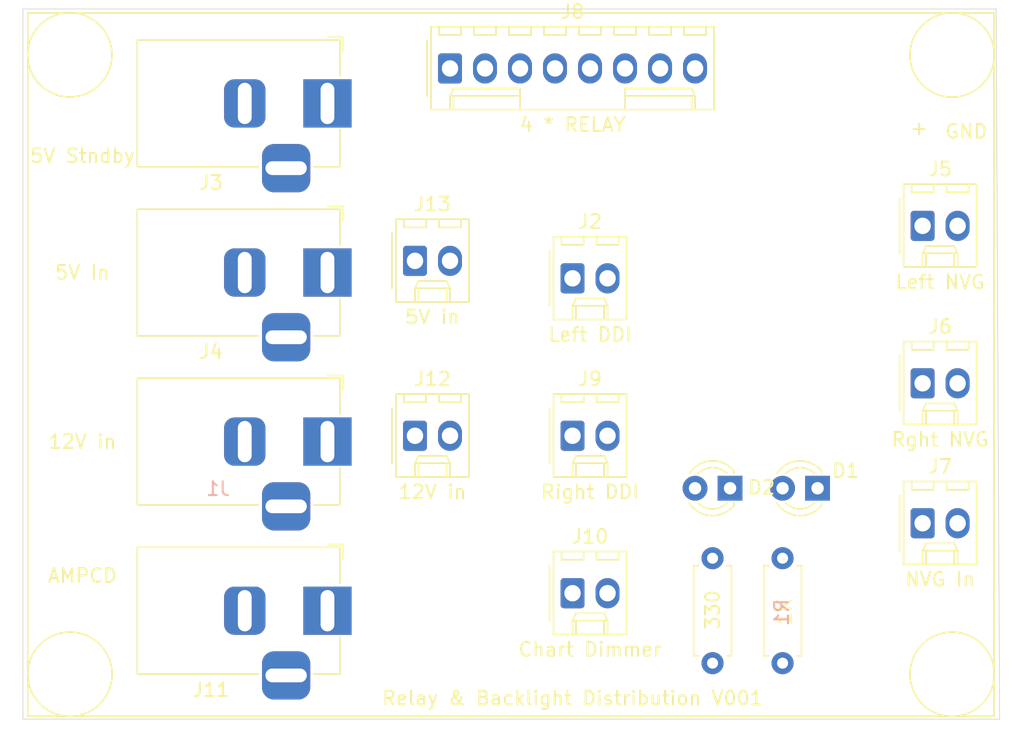
<source format=kicad_pcb>
(kicad_pcb (version 20171130) (host pcbnew "(5.1.9-0-10_14)")

  (general
    (thickness 1.6)
    (drawings 7)
    (tracks 0)
    (zones 0)
    (modules 22)
    (nets 13)
  )

  (page A4)
  (layers
    (0 F.Cu signal)
    (31 B.Cu signal)
    (32 B.Adhes user)
    (33 F.Adhes user)
    (34 B.Paste user)
    (35 F.Paste user)
    (36 B.SilkS user)
    (37 F.SilkS user)
    (38 B.Mask user)
    (39 F.Mask user)
    (40 Dwgs.User user)
    (41 Cmts.User user)
    (42 Eco1.User user)
    (43 Eco2.User user)
    (44 Edge.Cuts user)
    (45 Margin user)
    (46 B.CrtYd user)
    (47 F.CrtYd user)
    (48 B.Fab user)
    (49 F.Fab user)
  )

  (setup
    (last_trace_width 1)
    (user_trace_width 1)
    (trace_clearance 0.2)
    (zone_clearance 0.508)
    (zone_45_only no)
    (trace_min 0.2)
    (via_size 0.8)
    (via_drill 0.4)
    (via_min_size 0.4)
    (via_min_drill 0.3)
    (uvia_size 0.3)
    (uvia_drill 0.1)
    (uvias_allowed no)
    (uvia_min_size 0.2)
    (uvia_min_drill 0.1)
    (edge_width 0.05)
    (segment_width 0.2)
    (pcb_text_width 0.3)
    (pcb_text_size 1.5 1.5)
    (mod_edge_width 0.12)
    (mod_text_size 1 1)
    (mod_text_width 0.15)
    (pad_size 1.524 1.524)
    (pad_drill 0.762)
    (pad_to_mask_clearance 0.051)
    (solder_mask_min_width 0.25)
    (aux_axis_origin 0 0)
    (visible_elements FFFFFF7F)
    (pcbplotparams
      (layerselection 0x010fc_ffffffff)
      (usegerberextensions false)
      (usegerberattributes false)
      (usegerberadvancedattributes false)
      (creategerberjobfile false)
      (excludeedgelayer true)
      (linewidth 0.100000)
      (plotframeref false)
      (viasonmask false)
      (mode 1)
      (useauxorigin false)
      (hpglpennumber 1)
      (hpglpenspeed 20)
      (hpglpendiameter 15.000000)
      (psnegative false)
      (psa4output false)
      (plotreference true)
      (plotvalue true)
      (plotinvisibletext false)
      (padsonsilk false)
      (subtractmaskfromsilk false)
      (outputformat 1)
      (mirror false)
      (drillshape 0)
      (scaleselection 1)
      (outputdirectory "MANUFACTURING/"))
  )

  (net 0 "")
  (net 1 /12VGND)
  (net 2 /5VGND)
  (net 3 "Net-(D1-Pad2)")
  (net 4 "Net-(D2-Pad2)")
  (net 5 /NVG-)
  (net 6 /NVG+)
  (net 7 /+12Vin)
  (net 8 /+12VLeftDDI)
  (net 9 /+5VSwitched)
  (net 10 /+5Vin)
  (net 11 /+12VRightDDI)
  (net 12 /+12VChartDimmer)

  (net_class Default "This is the default net class."
    (clearance 0.2)
    (trace_width 1)
    (via_dia 0.8)
    (via_drill 0.4)
    (uvia_dia 0.3)
    (uvia_drill 0.1)
    (add_net /+12VChartDimmer)
    (add_net /+12VLeftDDI)
    (add_net /+12VRightDDI)
    (add_net /+12Vin)
    (add_net /+5VSwitched)
    (add_net /+5Vin)
    (add_net /12VGND)
    (add_net /5VGND)
    (add_net /NVG+)
    (add_net /NVG-)
    (add_net "Net-(D1-Pad2)")
    (add_net "Net-(D2-Pad2)")
  )

  (module Connector_Molex:Molex_KK-254_AE-6410-02A_1x02_P2.54mm_Vertical (layer F.Cu) (tedit 5EA53D3B) (tstamp 63B89937)
    (at 129.54 73.66)
    (descr "Molex KK-254 Interconnect System, old/engineering part number: AE-6410-02A example for new part number: 22-27-2021, 2 Pins (http://www.molex.com/pdm_docs/sd/022272021_sd.pdf), generated with kicad-footprint-generator")
    (tags "connector Molex KK-254 vertical")
    (path /63BAECCE)
    (fp_text reference J13 (at 1.27 -4.12) (layer F.SilkS)
      (effects (font (size 1 1) (thickness 0.15)))
    )
    (fp_text value "5V in" (at 1.27 4.08) (layer F.SilkS)
      (effects (font (size 1 1) (thickness 0.15)))
    )
    (fp_text user %R (at 1.27 -2.22) (layer F.Fab)
      (effects (font (size 1 1) (thickness 0.15)))
    )
    (fp_line (start -1.27 -2.92) (end -1.27 2.88) (layer F.Fab) (width 0.1))
    (fp_line (start -1.27 2.88) (end 3.81 2.88) (layer F.Fab) (width 0.1))
    (fp_line (start 3.81 2.88) (end 3.81 -2.92) (layer F.Fab) (width 0.1))
    (fp_line (start 3.81 -2.92) (end -1.27 -2.92) (layer F.Fab) (width 0.1))
    (fp_line (start -1.38 -3.03) (end -1.38 2.99) (layer F.SilkS) (width 0.12))
    (fp_line (start -1.38 2.99) (end 3.92 2.99) (layer F.SilkS) (width 0.12))
    (fp_line (start 3.92 2.99) (end 3.92 -3.03) (layer F.SilkS) (width 0.12))
    (fp_line (start 3.92 -3.03) (end -1.38 -3.03) (layer F.SilkS) (width 0.12))
    (fp_line (start -1.67 -2) (end -1.67 2) (layer F.SilkS) (width 0.12))
    (fp_line (start -1.27 -0.5) (end -0.562893 0) (layer F.Fab) (width 0.1))
    (fp_line (start -0.562893 0) (end -1.27 0.5) (layer F.Fab) (width 0.1))
    (fp_line (start 0 2.99) (end 0 1.99) (layer F.SilkS) (width 0.12))
    (fp_line (start 0 1.99) (end 2.54 1.99) (layer F.SilkS) (width 0.12))
    (fp_line (start 2.54 1.99) (end 2.54 2.99) (layer F.SilkS) (width 0.12))
    (fp_line (start 0 1.99) (end 0.25 1.46) (layer F.SilkS) (width 0.12))
    (fp_line (start 0.25 1.46) (end 2.29 1.46) (layer F.SilkS) (width 0.12))
    (fp_line (start 2.29 1.46) (end 2.54 1.99) (layer F.SilkS) (width 0.12))
    (fp_line (start 0.25 2.99) (end 0.25 1.99) (layer F.SilkS) (width 0.12))
    (fp_line (start 2.29 2.99) (end 2.29 1.99) (layer F.SilkS) (width 0.12))
    (fp_line (start -0.8 -3.03) (end -0.8 -2.43) (layer F.SilkS) (width 0.12))
    (fp_line (start -0.8 -2.43) (end 0.8 -2.43) (layer F.SilkS) (width 0.12))
    (fp_line (start 0.8 -2.43) (end 0.8 -3.03) (layer F.SilkS) (width 0.12))
    (fp_line (start 1.74 -3.03) (end 1.74 -2.43) (layer F.SilkS) (width 0.12))
    (fp_line (start 1.74 -2.43) (end 3.34 -2.43) (layer F.SilkS) (width 0.12))
    (fp_line (start 3.34 -2.43) (end 3.34 -3.03) (layer F.SilkS) (width 0.12))
    (fp_line (start -1.77 -3.42) (end -1.77 3.38) (layer F.CrtYd) (width 0.05))
    (fp_line (start -1.77 3.38) (end 4.31 3.38) (layer F.CrtYd) (width 0.05))
    (fp_line (start 4.31 3.38) (end 4.31 -3.42) (layer F.CrtYd) (width 0.05))
    (fp_line (start 4.31 -3.42) (end -1.77 -3.42) (layer F.CrtYd) (width 0.05))
    (pad 2 thru_hole oval (at 2.54 0) (size 1.74 2.19) (drill 1.19) (layers *.Cu *.Mask)
      (net 2 /5VGND))
    (pad 1 thru_hole roundrect (at 0 0) (size 1.74 2.19) (drill 1.19) (layers *.Cu *.Mask) (roundrect_rratio 0.143678)
      (net 10 /+5Vin))
    (model ${KISYS3DMOD}/Connector_Molex.3dshapes/Molex_KK-254_AE-6410-02A_1x02_P2.54mm_Vertical.wrl
      (at (xyz 0 0 0))
      (scale (xyz 1 1 1))
      (rotate (xyz 0 0 0))
    )
  )

  (module Connector_Molex:Molex_KK-254_AE-6410-02A_1x02_P2.54mm_Vertical (layer F.Cu) (tedit 5EA53D3B) (tstamp 63B88D7E)
    (at 129.54 86.36)
    (descr "Molex KK-254 Interconnect System, old/engineering part number: AE-6410-02A example for new part number: 22-27-2021, 2 Pins (http://www.molex.com/pdm_docs/sd/022272021_sd.pdf), generated with kicad-footprint-generator")
    (tags "connector Molex KK-254 vertical")
    (path /63BAE346)
    (fp_text reference J12 (at 1.27 -4.12) (layer F.SilkS)
      (effects (font (size 1 1) (thickness 0.15)))
    )
    (fp_text value "12V in" (at 1.27 4.08) (layer F.SilkS)
      (effects (font (size 1 1) (thickness 0.15)))
    )
    (fp_text user %R (at 1.27 -2.22) (layer F.Fab)
      (effects (font (size 1 1) (thickness 0.15)))
    )
    (fp_line (start -1.27 -2.92) (end -1.27 2.88) (layer F.Fab) (width 0.1))
    (fp_line (start -1.27 2.88) (end 3.81 2.88) (layer F.Fab) (width 0.1))
    (fp_line (start 3.81 2.88) (end 3.81 -2.92) (layer F.Fab) (width 0.1))
    (fp_line (start 3.81 -2.92) (end -1.27 -2.92) (layer F.Fab) (width 0.1))
    (fp_line (start -1.38 -3.03) (end -1.38 2.99) (layer F.SilkS) (width 0.12))
    (fp_line (start -1.38 2.99) (end 3.92 2.99) (layer F.SilkS) (width 0.12))
    (fp_line (start 3.92 2.99) (end 3.92 -3.03) (layer F.SilkS) (width 0.12))
    (fp_line (start 3.92 -3.03) (end -1.38 -3.03) (layer F.SilkS) (width 0.12))
    (fp_line (start -1.67 -2) (end -1.67 2) (layer F.SilkS) (width 0.12))
    (fp_line (start -1.27 -0.5) (end -0.562893 0) (layer F.Fab) (width 0.1))
    (fp_line (start -0.562893 0) (end -1.27 0.5) (layer F.Fab) (width 0.1))
    (fp_line (start 0 2.99) (end 0 1.99) (layer F.SilkS) (width 0.12))
    (fp_line (start 0 1.99) (end 2.54 1.99) (layer F.SilkS) (width 0.12))
    (fp_line (start 2.54 1.99) (end 2.54 2.99) (layer F.SilkS) (width 0.12))
    (fp_line (start 0 1.99) (end 0.25 1.46) (layer F.SilkS) (width 0.12))
    (fp_line (start 0.25 1.46) (end 2.29 1.46) (layer F.SilkS) (width 0.12))
    (fp_line (start 2.29 1.46) (end 2.54 1.99) (layer F.SilkS) (width 0.12))
    (fp_line (start 0.25 2.99) (end 0.25 1.99) (layer F.SilkS) (width 0.12))
    (fp_line (start 2.29 2.99) (end 2.29 1.99) (layer F.SilkS) (width 0.12))
    (fp_line (start -0.8 -3.03) (end -0.8 -2.43) (layer F.SilkS) (width 0.12))
    (fp_line (start -0.8 -2.43) (end 0.8 -2.43) (layer F.SilkS) (width 0.12))
    (fp_line (start 0.8 -2.43) (end 0.8 -3.03) (layer F.SilkS) (width 0.12))
    (fp_line (start 1.74 -3.03) (end 1.74 -2.43) (layer F.SilkS) (width 0.12))
    (fp_line (start 1.74 -2.43) (end 3.34 -2.43) (layer F.SilkS) (width 0.12))
    (fp_line (start 3.34 -2.43) (end 3.34 -3.03) (layer F.SilkS) (width 0.12))
    (fp_line (start -1.77 -3.42) (end -1.77 3.38) (layer F.CrtYd) (width 0.05))
    (fp_line (start -1.77 3.38) (end 4.31 3.38) (layer F.CrtYd) (width 0.05))
    (fp_line (start 4.31 3.38) (end 4.31 -3.42) (layer F.CrtYd) (width 0.05))
    (fp_line (start 4.31 -3.42) (end -1.77 -3.42) (layer F.CrtYd) (width 0.05))
    (pad 2 thru_hole oval (at 2.54 0) (size 1.74 2.19) (drill 1.19) (layers *.Cu *.Mask)
      (net 1 /12VGND))
    (pad 1 thru_hole roundrect (at 0 0) (size 1.74 2.19) (drill 1.19) (layers *.Cu *.Mask) (roundrect_rratio 0.143678)
      (net 7 /+12Vin))
    (model ${KISYS3DMOD}/Connector_Molex.3dshapes/Molex_KK-254_AE-6410-02A_1x02_P2.54mm_Vertical.wrl
      (at (xyz 0 0 0))
      (scale (xyz 1 1 1))
      (rotate (xyz 0 0 0))
    )
  )

  (module Connector_BarrelJack:BarrelJack_Horizontal (layer F.Cu) (tedit 5A1DBF6A) (tstamp 63B85B39)
    (at 123.19 99.06)
    (descr "DC Barrel Jack")
    (tags "Power Jack")
    (path /63BA7B0F)
    (fp_text reference J11 (at -8.45 5.75) (layer F.SilkS)
      (effects (font (size 1 1) (thickness 0.15)))
    )
    (fp_text value AMPCD (at -17.78 -2.54) (layer F.SilkS)
      (effects (font (size 1 1) (thickness 0.15)))
    )
    (fp_text user %R (at -3 -2.95) (layer F.Fab)
      (effects (font (size 1 1) (thickness 0.15)))
    )
    (fp_line (start -0.003213 -4.505425) (end 0.8 -3.75) (layer F.Fab) (width 0.1))
    (fp_line (start 1.1 -3.75) (end 1.1 -4.8) (layer F.SilkS) (width 0.12))
    (fp_line (start 0.05 -4.8) (end 1.1 -4.8) (layer F.SilkS) (width 0.12))
    (fp_line (start 1 -4.5) (end 1 -4.75) (layer F.CrtYd) (width 0.05))
    (fp_line (start 1 -4.75) (end -14 -4.75) (layer F.CrtYd) (width 0.05))
    (fp_line (start 1 -4.5) (end 1 -2) (layer F.CrtYd) (width 0.05))
    (fp_line (start 1 -2) (end 2 -2) (layer F.CrtYd) (width 0.05))
    (fp_line (start 2 -2) (end 2 2) (layer F.CrtYd) (width 0.05))
    (fp_line (start 2 2) (end 1 2) (layer F.CrtYd) (width 0.05))
    (fp_line (start 1 2) (end 1 4.75) (layer F.CrtYd) (width 0.05))
    (fp_line (start 1 4.75) (end -1 4.75) (layer F.CrtYd) (width 0.05))
    (fp_line (start -1 4.75) (end -1 6.75) (layer F.CrtYd) (width 0.05))
    (fp_line (start -1 6.75) (end -5 6.75) (layer F.CrtYd) (width 0.05))
    (fp_line (start -5 6.75) (end -5 4.75) (layer F.CrtYd) (width 0.05))
    (fp_line (start -5 4.75) (end -14 4.75) (layer F.CrtYd) (width 0.05))
    (fp_line (start -14 4.75) (end -14 -4.75) (layer F.CrtYd) (width 0.05))
    (fp_line (start -5 4.6) (end -13.8 4.6) (layer F.SilkS) (width 0.12))
    (fp_line (start -13.8 4.6) (end -13.8 -4.6) (layer F.SilkS) (width 0.12))
    (fp_line (start 0.9 1.9) (end 0.9 4.6) (layer F.SilkS) (width 0.12))
    (fp_line (start 0.9 4.6) (end -1 4.6) (layer F.SilkS) (width 0.12))
    (fp_line (start -13.8 -4.6) (end 0.9 -4.6) (layer F.SilkS) (width 0.12))
    (fp_line (start 0.9 -4.6) (end 0.9 -2) (layer F.SilkS) (width 0.12))
    (fp_line (start -10.2 -4.5) (end -10.2 4.5) (layer F.Fab) (width 0.1))
    (fp_line (start -13.7 -4.5) (end -13.7 4.5) (layer F.Fab) (width 0.1))
    (fp_line (start -13.7 4.5) (end 0.8 4.5) (layer F.Fab) (width 0.1))
    (fp_line (start 0.8 4.5) (end 0.8 -3.75) (layer F.Fab) (width 0.1))
    (fp_line (start 0 -4.5) (end -13.7 -4.5) (layer F.Fab) (width 0.1))
    (pad 3 thru_hole roundrect (at -3 4.7) (size 3.5 3.5) (drill oval 3 1) (layers *.Cu *.Mask) (roundrect_rratio 0.25))
    (pad 2 thru_hole roundrect (at -6 0) (size 3 3.5) (drill oval 1 3) (layers *.Cu *.Mask) (roundrect_rratio 0.25)
      (net 1 /12VGND))
    (pad 1 thru_hole rect (at 0 0) (size 3.5 3.5) (drill oval 1 3) (layers *.Cu *.Mask)
      (net 8 /+12VLeftDDI))
    (model ${KISYS3DMOD}/Connector_BarrelJack.3dshapes/BarrelJack_Horizontal.wrl
      (at (xyz 0 0 0))
      (scale (xyz 1 1 1))
      (rotate (xyz 0 0 0))
    )
  )

  (module Connector_Molex:Molex_KK-254_AE-6410-08A_1x08_P2.54mm_Vertical (layer F.Cu) (tedit 5EA53D3B) (tstamp 63B84B5E)
    (at 132.08 59.69)
    (descr "Molex KK-254 Interconnect System, old/engineering part number: AE-6410-08A example for new part number: 22-27-2081, 8 Pins (http://www.molex.com/pdm_docs/sd/022272021_sd.pdf), generated with kicad-footprint-generator")
    (tags "connector Molex KK-254 vertical")
    (path /63B89EBD)
    (fp_text reference J8 (at 8.89 -4.12) (layer F.SilkS)
      (effects (font (size 1 1) (thickness 0.15)))
    )
    (fp_text value "4 * RELAY" (at 8.89 4.08) (layer F.SilkS)
      (effects (font (size 1 1) (thickness 0.15)))
    )
    (fp_text user %R (at 8.89 -2.22) (layer F.Fab)
      (effects (font (size 1 1) (thickness 0.15)))
    )
    (fp_line (start -1.27 -2.92) (end -1.27 2.88) (layer F.Fab) (width 0.1))
    (fp_line (start -1.27 2.88) (end 19.05 2.88) (layer F.Fab) (width 0.1))
    (fp_line (start 19.05 2.88) (end 19.05 -2.92) (layer F.Fab) (width 0.1))
    (fp_line (start 19.05 -2.92) (end -1.27 -2.92) (layer F.Fab) (width 0.1))
    (fp_line (start -1.38 -3.03) (end -1.38 2.99) (layer F.SilkS) (width 0.12))
    (fp_line (start -1.38 2.99) (end 19.16 2.99) (layer F.SilkS) (width 0.12))
    (fp_line (start 19.16 2.99) (end 19.16 -3.03) (layer F.SilkS) (width 0.12))
    (fp_line (start 19.16 -3.03) (end -1.38 -3.03) (layer F.SilkS) (width 0.12))
    (fp_line (start -1.67 -2) (end -1.67 2) (layer F.SilkS) (width 0.12))
    (fp_line (start -1.27 -0.5) (end -0.562893 0) (layer F.Fab) (width 0.1))
    (fp_line (start -0.562893 0) (end -1.27 0.5) (layer F.Fab) (width 0.1))
    (fp_line (start 0 2.99) (end 0 1.99) (layer F.SilkS) (width 0.12))
    (fp_line (start 0 1.99) (end 5.08 1.99) (layer F.SilkS) (width 0.12))
    (fp_line (start 5.08 1.99) (end 5.08 2.99) (layer F.SilkS) (width 0.12))
    (fp_line (start 0 1.99) (end 0.25 1.46) (layer F.SilkS) (width 0.12))
    (fp_line (start 0.25 1.46) (end 5.08 1.46) (layer F.SilkS) (width 0.12))
    (fp_line (start 5.08 1.46) (end 5.08 1.99) (layer F.SilkS) (width 0.12))
    (fp_line (start 0.25 2.99) (end 0.25 1.99) (layer F.SilkS) (width 0.12))
    (fp_line (start 17.78 2.99) (end 17.78 1.99) (layer F.SilkS) (width 0.12))
    (fp_line (start 17.78 1.99) (end 12.7 1.99) (layer F.SilkS) (width 0.12))
    (fp_line (start 12.7 1.99) (end 12.7 2.99) (layer F.SilkS) (width 0.12))
    (fp_line (start 17.78 1.99) (end 17.53 1.46) (layer F.SilkS) (width 0.12))
    (fp_line (start 17.53 1.46) (end 12.7 1.46) (layer F.SilkS) (width 0.12))
    (fp_line (start 12.7 1.46) (end 12.7 1.99) (layer F.SilkS) (width 0.12))
    (fp_line (start 17.53 2.99) (end 17.53 1.99) (layer F.SilkS) (width 0.12))
    (fp_line (start -0.8 -3.03) (end -0.8 -2.43) (layer F.SilkS) (width 0.12))
    (fp_line (start -0.8 -2.43) (end 0.8 -2.43) (layer F.SilkS) (width 0.12))
    (fp_line (start 0.8 -2.43) (end 0.8 -3.03) (layer F.SilkS) (width 0.12))
    (fp_line (start 1.74 -3.03) (end 1.74 -2.43) (layer F.SilkS) (width 0.12))
    (fp_line (start 1.74 -2.43) (end 3.34 -2.43) (layer F.SilkS) (width 0.12))
    (fp_line (start 3.34 -2.43) (end 3.34 -3.03) (layer F.SilkS) (width 0.12))
    (fp_line (start 4.28 -3.03) (end 4.28 -2.43) (layer F.SilkS) (width 0.12))
    (fp_line (start 4.28 -2.43) (end 5.88 -2.43) (layer F.SilkS) (width 0.12))
    (fp_line (start 5.88 -2.43) (end 5.88 -3.03) (layer F.SilkS) (width 0.12))
    (fp_line (start 6.82 -3.03) (end 6.82 -2.43) (layer F.SilkS) (width 0.12))
    (fp_line (start 6.82 -2.43) (end 8.42 -2.43) (layer F.SilkS) (width 0.12))
    (fp_line (start 8.42 -2.43) (end 8.42 -3.03) (layer F.SilkS) (width 0.12))
    (fp_line (start 9.36 -3.03) (end 9.36 -2.43) (layer F.SilkS) (width 0.12))
    (fp_line (start 9.36 -2.43) (end 10.96 -2.43) (layer F.SilkS) (width 0.12))
    (fp_line (start 10.96 -2.43) (end 10.96 -3.03) (layer F.SilkS) (width 0.12))
    (fp_line (start 11.9 -3.03) (end 11.9 -2.43) (layer F.SilkS) (width 0.12))
    (fp_line (start 11.9 -2.43) (end 13.5 -2.43) (layer F.SilkS) (width 0.12))
    (fp_line (start 13.5 -2.43) (end 13.5 -3.03) (layer F.SilkS) (width 0.12))
    (fp_line (start 14.44 -3.03) (end 14.44 -2.43) (layer F.SilkS) (width 0.12))
    (fp_line (start 14.44 -2.43) (end 16.04 -2.43) (layer F.SilkS) (width 0.12))
    (fp_line (start 16.04 -2.43) (end 16.04 -3.03) (layer F.SilkS) (width 0.12))
    (fp_line (start 16.98 -3.03) (end 16.98 -2.43) (layer F.SilkS) (width 0.12))
    (fp_line (start 16.98 -2.43) (end 18.58 -2.43) (layer F.SilkS) (width 0.12))
    (fp_line (start 18.58 -2.43) (end 18.58 -3.03) (layer F.SilkS) (width 0.12))
    (fp_line (start -1.77 -3.42) (end -1.77 3.38) (layer F.CrtYd) (width 0.05))
    (fp_line (start -1.77 3.38) (end 19.55 3.38) (layer F.CrtYd) (width 0.05))
    (fp_line (start 19.55 3.38) (end 19.55 -3.42) (layer F.CrtYd) (width 0.05))
    (fp_line (start 19.55 -3.42) (end -1.77 -3.42) (layer F.CrtYd) (width 0.05))
    (pad 8 thru_hole oval (at 17.78 0) (size 1.74 2.19) (drill 1.19) (layers *.Cu *.Mask)
      (net 7 /+12Vin))
    (pad 7 thru_hole oval (at 15.24 0) (size 1.74 2.19) (drill 1.19) (layers *.Cu *.Mask)
      (net 12 /+12VChartDimmer))
    (pad 6 thru_hole oval (at 12.7 0) (size 1.74 2.19) (drill 1.19) (layers *.Cu *.Mask)
      (net 7 /+12Vin))
    (pad 5 thru_hole oval (at 10.16 0) (size 1.74 2.19) (drill 1.19) (layers *.Cu *.Mask)
      (net 11 /+12VRightDDI))
    (pad 4 thru_hole oval (at 7.62 0) (size 1.74 2.19) (drill 1.19) (layers *.Cu *.Mask)
      (net 7 /+12Vin))
    (pad 3 thru_hole oval (at 5.08 0) (size 1.74 2.19) (drill 1.19) (layers *.Cu *.Mask)
      (net 8 /+12VLeftDDI))
    (pad 2 thru_hole oval (at 2.54 0) (size 1.74 2.19) (drill 1.19) (layers *.Cu *.Mask)
      (net 10 /+5Vin))
    (pad 1 thru_hole roundrect (at 0 0) (size 1.74 2.19) (drill 1.19) (layers *.Cu *.Mask) (roundrect_rratio 0.143678)
      (net 9 /+5VSwitched))
    (model ${KISYS3DMOD}/Connector_Molex.3dshapes/Molex_KK-254_AE-6410-08A_1x08_P2.54mm_Vertical.wrl
      (at (xyz 0 0 0))
      (scale (xyz 1 1 1))
      (rotate (xyz 0 0 0))
    )
  )

  (module PT_Library_v001:PT_General_PCB_Outline (layer F.Cu) (tedit 5EED2333) (tstamp 5EED7888)
    (at 137.006 80.5581)
    (path /5EEE094C)
    (fp_text reference SPCB1 (at 15.748 1.262) (layer F.SilkS) hide
      (effects (font (size 1 1) (thickness 0.15)))
    )
    (fp_text value PT_SmallPCB (at 2.186 1.2934) (layer F.Fab)
      (effects (font (size 1 1) (thickness 0.15)))
    )
    (fp_line (start -35.56 -24.892) (end 34.544 -24.892) (layer F.SilkS) (width 0.12))
    (fp_line (start 34.544 -24.892) (end 34.544 26.162) (layer F.SilkS) (width 0.12))
    (fp_line (start 34.544 26.162) (end -35.56 26.162) (layer F.SilkS) (width 0.12))
    (fp_line (start -35.56 26.162) (end -35.56 -24.892) (layer F.SilkS) (width 0.12))
    (fp_circle (center 31.506565 -21.844) (end 29.474565 -19.558) (layer F.SilkS) (width 0.12))
    (fp_circle (center -32.512 -21.854565) (end -34.544 -19.568565) (layer F.SilkS) (width 0.12))
    (fp_circle (center -32.501435 23.114) (end -34.533435 25.4) (layer F.SilkS) (width 0.12))
    (fp_circle (center 31.506565 23.114) (end 29.474565 25.4) (layer F.SilkS) (width 0.12))
  )

  (module Connector_Molex:Molex_KK-254_AE-6410-02A_1x02_P2.54mm_Vertical (layer F.Cu) (tedit 5EA53D3B) (tstamp 63B83A84)
    (at 140.97 97.79)
    (descr "Molex KK-254 Interconnect System, old/engineering part number: AE-6410-02A example for new part number: 22-27-2021, 2 Pins (http://www.molex.com/pdm_docs/sd/022272021_sd.pdf), generated with kicad-footprint-generator")
    (tags "connector Molex KK-254 vertical")
    (path /63B9BC51)
    (fp_text reference J10 (at 1.27 -4.12) (layer F.SilkS)
      (effects (font (size 1 1) (thickness 0.15)))
    )
    (fp_text value "Chart Dimmer" (at 1.27 4.08) (layer F.SilkS)
      (effects (font (size 1 1) (thickness 0.15)))
    )
    (fp_text user %R (at 1.27 -2.22) (layer F.Fab)
      (effects (font (size 1 1) (thickness 0.15)))
    )
    (fp_line (start -1.27 -2.92) (end -1.27 2.88) (layer F.Fab) (width 0.1))
    (fp_line (start -1.27 2.88) (end 3.81 2.88) (layer F.Fab) (width 0.1))
    (fp_line (start 3.81 2.88) (end 3.81 -2.92) (layer F.Fab) (width 0.1))
    (fp_line (start 3.81 -2.92) (end -1.27 -2.92) (layer F.Fab) (width 0.1))
    (fp_line (start -1.38 -3.03) (end -1.38 2.99) (layer F.SilkS) (width 0.12))
    (fp_line (start -1.38 2.99) (end 3.92 2.99) (layer F.SilkS) (width 0.12))
    (fp_line (start 3.92 2.99) (end 3.92 -3.03) (layer F.SilkS) (width 0.12))
    (fp_line (start 3.92 -3.03) (end -1.38 -3.03) (layer F.SilkS) (width 0.12))
    (fp_line (start -1.67 -2) (end -1.67 2) (layer F.SilkS) (width 0.12))
    (fp_line (start -1.27 -0.5) (end -0.562893 0) (layer F.Fab) (width 0.1))
    (fp_line (start -0.562893 0) (end -1.27 0.5) (layer F.Fab) (width 0.1))
    (fp_line (start 0 2.99) (end 0 1.99) (layer F.SilkS) (width 0.12))
    (fp_line (start 0 1.99) (end 2.54 1.99) (layer F.SilkS) (width 0.12))
    (fp_line (start 2.54 1.99) (end 2.54 2.99) (layer F.SilkS) (width 0.12))
    (fp_line (start 0 1.99) (end 0.25 1.46) (layer F.SilkS) (width 0.12))
    (fp_line (start 0.25 1.46) (end 2.29 1.46) (layer F.SilkS) (width 0.12))
    (fp_line (start 2.29 1.46) (end 2.54 1.99) (layer F.SilkS) (width 0.12))
    (fp_line (start 0.25 2.99) (end 0.25 1.99) (layer F.SilkS) (width 0.12))
    (fp_line (start 2.29 2.99) (end 2.29 1.99) (layer F.SilkS) (width 0.12))
    (fp_line (start -0.8 -3.03) (end -0.8 -2.43) (layer F.SilkS) (width 0.12))
    (fp_line (start -0.8 -2.43) (end 0.8 -2.43) (layer F.SilkS) (width 0.12))
    (fp_line (start 0.8 -2.43) (end 0.8 -3.03) (layer F.SilkS) (width 0.12))
    (fp_line (start 1.74 -3.03) (end 1.74 -2.43) (layer F.SilkS) (width 0.12))
    (fp_line (start 1.74 -2.43) (end 3.34 -2.43) (layer F.SilkS) (width 0.12))
    (fp_line (start 3.34 -2.43) (end 3.34 -3.03) (layer F.SilkS) (width 0.12))
    (fp_line (start -1.77 -3.42) (end -1.77 3.38) (layer F.CrtYd) (width 0.05))
    (fp_line (start -1.77 3.38) (end 4.31 3.38) (layer F.CrtYd) (width 0.05))
    (fp_line (start 4.31 3.38) (end 4.31 -3.42) (layer F.CrtYd) (width 0.05))
    (fp_line (start 4.31 -3.42) (end -1.77 -3.42) (layer F.CrtYd) (width 0.05))
    (pad 2 thru_hole oval (at 2.54 0) (size 1.74 2.19) (drill 1.19) (layers *.Cu *.Mask)
      (net 1 /12VGND))
    (pad 1 thru_hole roundrect (at 0 0) (size 1.74 2.19) (drill 1.19) (layers *.Cu *.Mask) (roundrect_rratio 0.143678)
      (net 12 /+12VChartDimmer))
    (model ${KISYS3DMOD}/Connector_Molex.3dshapes/Molex_KK-254_AE-6410-02A_1x02_P2.54mm_Vertical.wrl
      (at (xyz 0 0 0))
      (scale (xyz 1 1 1))
      (rotate (xyz 0 0 0))
    )
  )

  (module Connector_Molex:Molex_KK-254_AE-6410-02A_1x02_P2.54mm_Vertical (layer F.Cu) (tedit 5EA53D3B) (tstamp 63B83A60)
    (at 140.97 86.36)
    (descr "Molex KK-254 Interconnect System, old/engineering part number: AE-6410-02A example for new part number: 22-27-2021, 2 Pins (http://www.molex.com/pdm_docs/sd/022272021_sd.pdf), generated with kicad-footprint-generator")
    (tags "connector Molex KK-254 vertical")
    (path /63B9A191)
    (fp_text reference J9 (at 1.27 -4.12) (layer F.SilkS)
      (effects (font (size 1 1) (thickness 0.15)))
    )
    (fp_text value "Right DDI" (at 1.27 4.08) (layer F.SilkS)
      (effects (font (size 1 1) (thickness 0.15)))
    )
    (fp_text user %R (at 1.27 -2.22) (layer F.Fab)
      (effects (font (size 1 1) (thickness 0.15)))
    )
    (fp_line (start -1.27 -2.92) (end -1.27 2.88) (layer F.Fab) (width 0.1))
    (fp_line (start -1.27 2.88) (end 3.81 2.88) (layer F.Fab) (width 0.1))
    (fp_line (start 3.81 2.88) (end 3.81 -2.92) (layer F.Fab) (width 0.1))
    (fp_line (start 3.81 -2.92) (end -1.27 -2.92) (layer F.Fab) (width 0.1))
    (fp_line (start -1.38 -3.03) (end -1.38 2.99) (layer F.SilkS) (width 0.12))
    (fp_line (start -1.38 2.99) (end 3.92 2.99) (layer F.SilkS) (width 0.12))
    (fp_line (start 3.92 2.99) (end 3.92 -3.03) (layer F.SilkS) (width 0.12))
    (fp_line (start 3.92 -3.03) (end -1.38 -3.03) (layer F.SilkS) (width 0.12))
    (fp_line (start -1.67 -2) (end -1.67 2) (layer F.SilkS) (width 0.12))
    (fp_line (start -1.27 -0.5) (end -0.562893 0) (layer F.Fab) (width 0.1))
    (fp_line (start -0.562893 0) (end -1.27 0.5) (layer F.Fab) (width 0.1))
    (fp_line (start 0 2.99) (end 0 1.99) (layer F.SilkS) (width 0.12))
    (fp_line (start 0 1.99) (end 2.54 1.99) (layer F.SilkS) (width 0.12))
    (fp_line (start 2.54 1.99) (end 2.54 2.99) (layer F.SilkS) (width 0.12))
    (fp_line (start 0 1.99) (end 0.25 1.46) (layer F.SilkS) (width 0.12))
    (fp_line (start 0.25 1.46) (end 2.29 1.46) (layer F.SilkS) (width 0.12))
    (fp_line (start 2.29 1.46) (end 2.54 1.99) (layer F.SilkS) (width 0.12))
    (fp_line (start 0.25 2.99) (end 0.25 1.99) (layer F.SilkS) (width 0.12))
    (fp_line (start 2.29 2.99) (end 2.29 1.99) (layer F.SilkS) (width 0.12))
    (fp_line (start -0.8 -3.03) (end -0.8 -2.43) (layer F.SilkS) (width 0.12))
    (fp_line (start -0.8 -2.43) (end 0.8 -2.43) (layer F.SilkS) (width 0.12))
    (fp_line (start 0.8 -2.43) (end 0.8 -3.03) (layer F.SilkS) (width 0.12))
    (fp_line (start 1.74 -3.03) (end 1.74 -2.43) (layer F.SilkS) (width 0.12))
    (fp_line (start 1.74 -2.43) (end 3.34 -2.43) (layer F.SilkS) (width 0.12))
    (fp_line (start 3.34 -2.43) (end 3.34 -3.03) (layer F.SilkS) (width 0.12))
    (fp_line (start -1.77 -3.42) (end -1.77 3.38) (layer F.CrtYd) (width 0.05))
    (fp_line (start -1.77 3.38) (end 4.31 3.38) (layer F.CrtYd) (width 0.05))
    (fp_line (start 4.31 3.38) (end 4.31 -3.42) (layer F.CrtYd) (width 0.05))
    (fp_line (start 4.31 -3.42) (end -1.77 -3.42) (layer F.CrtYd) (width 0.05))
    (pad 2 thru_hole oval (at 2.54 0) (size 1.74 2.19) (drill 1.19) (layers *.Cu *.Mask)
      (net 1 /12VGND))
    (pad 1 thru_hole roundrect (at 0 0) (size 1.74 2.19) (drill 1.19) (layers *.Cu *.Mask) (roundrect_rratio 0.143678)
      (net 11 /+12VRightDDI))
    (model ${KISYS3DMOD}/Connector_Molex.3dshapes/Molex_KK-254_AE-6410-02A_1x02_P2.54mm_Vertical.wrl
      (at (xyz 0 0 0))
      (scale (xyz 1 1 1))
      (rotate (xyz 0 0 0))
    )
  )

  (module Connector_BarrelJack:BarrelJack_Horizontal (layer F.Cu) (tedit 5A1DBF6A) (tstamp 63B8528F)
    (at 123.19 74.506666)
    (descr "DC Barrel Jack")
    (tags "Power Jack")
    (path /63B89A3E)
    (fp_text reference J4 (at -8.45 5.75) (layer F.SilkS)
      (effects (font (size 1 1) (thickness 0.15)))
    )
    (fp_text value "5V In" (at -17.78 0) (layer F.SilkS)
      (effects (font (size 1 1) (thickness 0.15)))
    )
    (fp_text user %R (at -3 -2.95) (layer F.Fab)
      (effects (font (size 1 1) (thickness 0.15)))
    )
    (fp_line (start -0.003213 -4.505425) (end 0.8 -3.75) (layer F.Fab) (width 0.1))
    (fp_line (start 1.1 -3.75) (end 1.1 -4.8) (layer F.SilkS) (width 0.12))
    (fp_line (start 0.05 -4.8) (end 1.1 -4.8) (layer F.SilkS) (width 0.12))
    (fp_line (start 1 -4.5) (end 1 -4.75) (layer F.CrtYd) (width 0.05))
    (fp_line (start 1 -4.75) (end -14 -4.75) (layer F.CrtYd) (width 0.05))
    (fp_line (start 1 -4.5) (end 1 -2) (layer F.CrtYd) (width 0.05))
    (fp_line (start 1 -2) (end 2 -2) (layer F.CrtYd) (width 0.05))
    (fp_line (start 2 -2) (end 2 2) (layer F.CrtYd) (width 0.05))
    (fp_line (start 2 2) (end 1 2) (layer F.CrtYd) (width 0.05))
    (fp_line (start 1 2) (end 1 4.75) (layer F.CrtYd) (width 0.05))
    (fp_line (start 1 4.75) (end -1 4.75) (layer F.CrtYd) (width 0.05))
    (fp_line (start -1 4.75) (end -1 6.75) (layer F.CrtYd) (width 0.05))
    (fp_line (start -1 6.75) (end -5 6.75) (layer F.CrtYd) (width 0.05))
    (fp_line (start -5 6.75) (end -5 4.75) (layer F.CrtYd) (width 0.05))
    (fp_line (start -5 4.75) (end -14 4.75) (layer F.CrtYd) (width 0.05))
    (fp_line (start -14 4.75) (end -14 -4.75) (layer F.CrtYd) (width 0.05))
    (fp_line (start -5 4.6) (end -13.8 4.6) (layer F.SilkS) (width 0.12))
    (fp_line (start -13.8 4.6) (end -13.8 -4.6) (layer F.SilkS) (width 0.12))
    (fp_line (start 0.9 1.9) (end 0.9 4.6) (layer F.SilkS) (width 0.12))
    (fp_line (start 0.9 4.6) (end -1 4.6) (layer F.SilkS) (width 0.12))
    (fp_line (start -13.8 -4.6) (end 0.9 -4.6) (layer F.SilkS) (width 0.12))
    (fp_line (start 0.9 -4.6) (end 0.9 -2) (layer F.SilkS) (width 0.12))
    (fp_line (start -10.2 -4.5) (end -10.2 4.5) (layer F.Fab) (width 0.1))
    (fp_line (start -13.7 -4.5) (end -13.7 4.5) (layer F.Fab) (width 0.1))
    (fp_line (start -13.7 4.5) (end 0.8 4.5) (layer F.Fab) (width 0.1))
    (fp_line (start 0.8 4.5) (end 0.8 -3.75) (layer F.Fab) (width 0.1))
    (fp_line (start 0 -4.5) (end -13.7 -4.5) (layer F.Fab) (width 0.1))
    (pad 3 thru_hole roundrect (at -3 4.7) (size 3.5 3.5) (drill oval 3 1) (layers *.Cu *.Mask) (roundrect_rratio 0.25))
    (pad 2 thru_hole roundrect (at -6 0) (size 3 3.5) (drill oval 1 3) (layers *.Cu *.Mask) (roundrect_rratio 0.25)
      (net 2 /5VGND))
    (pad 1 thru_hole rect (at 0 0) (size 3.5 3.5) (drill oval 1 3) (layers *.Cu *.Mask)
      (net 10 /+5Vin))
    (model ${KISYS3DMOD}/Connector_BarrelJack.3dshapes/BarrelJack_Horizontal.wrl
      (at (xyz 0 0 0))
      (scale (xyz 1 1 1))
      (rotate (xyz 0 0 0))
    )
  )

  (module Connector_BarrelJack:BarrelJack_Horizontal (layer F.Cu) (tedit 5A1DBF6A) (tstamp 63B839B0)
    (at 123.19 62.23)
    (descr "DC Barrel Jack")
    (tags "Power Jack")
    (path /63B8BAFE)
    (fp_text reference J3 (at -8.45 5.75) (layer F.SilkS)
      (effects (font (size 1 1) (thickness 0.15)))
    )
    (fp_text value "5V Stndby" (at -17.78 3.81) (layer F.SilkS)
      (effects (font (size 1 1) (thickness 0.15)))
    )
    (fp_text user %R (at -3 -2.95) (layer F.Fab)
      (effects (font (size 1 1) (thickness 0.15)))
    )
    (fp_line (start -0.003213 -4.505425) (end 0.8 -3.75) (layer F.Fab) (width 0.1))
    (fp_line (start 1.1 -3.75) (end 1.1 -4.8) (layer F.SilkS) (width 0.12))
    (fp_line (start 0.05 -4.8) (end 1.1 -4.8) (layer F.SilkS) (width 0.12))
    (fp_line (start 1 -4.5) (end 1 -4.75) (layer F.CrtYd) (width 0.05))
    (fp_line (start 1 -4.75) (end -14 -4.75) (layer F.CrtYd) (width 0.05))
    (fp_line (start 1 -4.5) (end 1 -2) (layer F.CrtYd) (width 0.05))
    (fp_line (start 1 -2) (end 2 -2) (layer F.CrtYd) (width 0.05))
    (fp_line (start 2 -2) (end 2 2) (layer F.CrtYd) (width 0.05))
    (fp_line (start 2 2) (end 1 2) (layer F.CrtYd) (width 0.05))
    (fp_line (start 1 2) (end 1 4.75) (layer F.CrtYd) (width 0.05))
    (fp_line (start 1 4.75) (end -1 4.75) (layer F.CrtYd) (width 0.05))
    (fp_line (start -1 4.75) (end -1 6.75) (layer F.CrtYd) (width 0.05))
    (fp_line (start -1 6.75) (end -5 6.75) (layer F.CrtYd) (width 0.05))
    (fp_line (start -5 6.75) (end -5 4.75) (layer F.CrtYd) (width 0.05))
    (fp_line (start -5 4.75) (end -14 4.75) (layer F.CrtYd) (width 0.05))
    (fp_line (start -14 4.75) (end -14 -4.75) (layer F.CrtYd) (width 0.05))
    (fp_line (start -5 4.6) (end -13.8 4.6) (layer F.SilkS) (width 0.12))
    (fp_line (start -13.8 4.6) (end -13.8 -4.6) (layer F.SilkS) (width 0.12))
    (fp_line (start 0.9 1.9) (end 0.9 4.6) (layer F.SilkS) (width 0.12))
    (fp_line (start 0.9 4.6) (end -1 4.6) (layer F.SilkS) (width 0.12))
    (fp_line (start -13.8 -4.6) (end 0.9 -4.6) (layer F.SilkS) (width 0.12))
    (fp_line (start 0.9 -4.6) (end 0.9 -2) (layer F.SilkS) (width 0.12))
    (fp_line (start -10.2 -4.5) (end -10.2 4.5) (layer F.Fab) (width 0.1))
    (fp_line (start -13.7 -4.5) (end -13.7 4.5) (layer F.Fab) (width 0.1))
    (fp_line (start -13.7 4.5) (end 0.8 4.5) (layer F.Fab) (width 0.1))
    (fp_line (start 0.8 4.5) (end 0.8 -3.75) (layer F.Fab) (width 0.1))
    (fp_line (start 0 -4.5) (end -13.7 -4.5) (layer F.Fab) (width 0.1))
    (pad 3 thru_hole roundrect (at -3 4.7) (size 3.5 3.5) (drill oval 3 1) (layers *.Cu *.Mask) (roundrect_rratio 0.25))
    (pad 2 thru_hole roundrect (at -6 0) (size 3 3.5) (drill oval 1 3) (layers *.Cu *.Mask) (roundrect_rratio 0.25)
      (net 2 /5VGND))
    (pad 1 thru_hole rect (at 0 0) (size 3.5 3.5) (drill oval 1 3) (layers *.Cu *.Mask)
      (net 9 /+5VSwitched))
    (model ${KISYS3DMOD}/Connector_BarrelJack.3dshapes/BarrelJack_Horizontal.wrl
      (at (xyz 0 0 0))
      (scale (xyz 1 1 1))
      (rotate (xyz 0 0 0))
    )
  )

  (module Connector_Molex:Molex_KK-254_AE-6410-02A_1x02_P2.54mm_Vertical (layer F.Cu) (tedit 5EA53D3B) (tstamp 63B8398D)
    (at 140.97 74.93)
    (descr "Molex KK-254 Interconnect System, old/engineering part number: AE-6410-02A example for new part number: 22-27-2021, 2 Pins (http://www.molex.com/pdm_docs/sd/022272021_sd.pdf), generated with kicad-footprint-generator")
    (tags "connector Molex KK-254 vertical")
    (path /63B98E71)
    (fp_text reference J2 (at 1.27 -4.12) (layer F.SilkS)
      (effects (font (size 1 1) (thickness 0.15)))
    )
    (fp_text value "Left DDI" (at 1.27 4.08) (layer F.SilkS)
      (effects (font (size 1 1) (thickness 0.15)))
    )
    (fp_text user %R (at 1.27 -2.22) (layer F.Fab)
      (effects (font (size 1 1) (thickness 0.15)))
    )
    (fp_line (start -1.27 -2.92) (end -1.27 2.88) (layer F.Fab) (width 0.1))
    (fp_line (start -1.27 2.88) (end 3.81 2.88) (layer F.Fab) (width 0.1))
    (fp_line (start 3.81 2.88) (end 3.81 -2.92) (layer F.Fab) (width 0.1))
    (fp_line (start 3.81 -2.92) (end -1.27 -2.92) (layer F.Fab) (width 0.1))
    (fp_line (start -1.38 -3.03) (end -1.38 2.99) (layer F.SilkS) (width 0.12))
    (fp_line (start -1.38 2.99) (end 3.92 2.99) (layer F.SilkS) (width 0.12))
    (fp_line (start 3.92 2.99) (end 3.92 -3.03) (layer F.SilkS) (width 0.12))
    (fp_line (start 3.92 -3.03) (end -1.38 -3.03) (layer F.SilkS) (width 0.12))
    (fp_line (start -1.67 -2) (end -1.67 2) (layer F.SilkS) (width 0.12))
    (fp_line (start -1.27 -0.5) (end -0.562893 0) (layer F.Fab) (width 0.1))
    (fp_line (start -0.562893 0) (end -1.27 0.5) (layer F.Fab) (width 0.1))
    (fp_line (start 0 2.99) (end 0 1.99) (layer F.SilkS) (width 0.12))
    (fp_line (start 0 1.99) (end 2.54 1.99) (layer F.SilkS) (width 0.12))
    (fp_line (start 2.54 1.99) (end 2.54 2.99) (layer F.SilkS) (width 0.12))
    (fp_line (start 0 1.99) (end 0.25 1.46) (layer F.SilkS) (width 0.12))
    (fp_line (start 0.25 1.46) (end 2.29 1.46) (layer F.SilkS) (width 0.12))
    (fp_line (start 2.29 1.46) (end 2.54 1.99) (layer F.SilkS) (width 0.12))
    (fp_line (start 0.25 2.99) (end 0.25 1.99) (layer F.SilkS) (width 0.12))
    (fp_line (start 2.29 2.99) (end 2.29 1.99) (layer F.SilkS) (width 0.12))
    (fp_line (start -0.8 -3.03) (end -0.8 -2.43) (layer F.SilkS) (width 0.12))
    (fp_line (start -0.8 -2.43) (end 0.8 -2.43) (layer F.SilkS) (width 0.12))
    (fp_line (start 0.8 -2.43) (end 0.8 -3.03) (layer F.SilkS) (width 0.12))
    (fp_line (start 1.74 -3.03) (end 1.74 -2.43) (layer F.SilkS) (width 0.12))
    (fp_line (start 1.74 -2.43) (end 3.34 -2.43) (layer F.SilkS) (width 0.12))
    (fp_line (start 3.34 -2.43) (end 3.34 -3.03) (layer F.SilkS) (width 0.12))
    (fp_line (start -1.77 -3.42) (end -1.77 3.38) (layer F.CrtYd) (width 0.05))
    (fp_line (start -1.77 3.38) (end 4.31 3.38) (layer F.CrtYd) (width 0.05))
    (fp_line (start 4.31 3.38) (end 4.31 -3.42) (layer F.CrtYd) (width 0.05))
    (fp_line (start 4.31 -3.42) (end -1.77 -3.42) (layer F.CrtYd) (width 0.05))
    (pad 2 thru_hole oval (at 2.54 0) (size 1.74 2.19) (drill 1.19) (layers *.Cu *.Mask)
      (net 1 /12VGND))
    (pad 1 thru_hole roundrect (at 0 0) (size 1.74 2.19) (drill 1.19) (layers *.Cu *.Mask) (roundrect_rratio 0.143678)
      (net 8 /+12VLeftDDI))
    (model ${KISYS3DMOD}/Connector_Molex.3dshapes/Molex_KK-254_AE-6410-02A_1x02_P2.54mm_Vertical.wrl
      (at (xyz 0 0 0))
      (scale (xyz 1 1 1))
      (rotate (xyz 0 0 0))
    )
  )

  (module Connector_Molex:Molex_KK-254_AE-6410-02A_1x02_P2.54mm_Vertical (layer F.Cu) (tedit 5EA53D3B) (tstamp 63B7FBF0)
    (at 166.37 92.71)
    (descr "Molex KK-254 Interconnect System, old/engineering part number: AE-6410-02A example for new part number: 22-27-2021, 2 Pins (http://www.molex.com/pdm_docs/sd/022272021_sd.pdf), generated with kicad-footprint-generator")
    (tags "connector Molex KK-254 vertical")
    (path /63B6B0B6)
    (fp_text reference J7 (at 1.27 -4.12) (layer F.SilkS)
      (effects (font (size 1 1) (thickness 0.15)))
    )
    (fp_text value "NVG In" (at 1.27 4.08) (layer F.SilkS)
      (effects (font (size 1 1) (thickness 0.15)))
    )
    (fp_text user %R (at 1.27 -2.22) (layer F.Fab)
      (effects (font (size 1 1) (thickness 0.15)))
    )
    (fp_line (start -1.27 -2.92) (end -1.27 2.88) (layer F.Fab) (width 0.1))
    (fp_line (start -1.27 2.88) (end 3.81 2.88) (layer F.Fab) (width 0.1))
    (fp_line (start 3.81 2.88) (end 3.81 -2.92) (layer F.Fab) (width 0.1))
    (fp_line (start 3.81 -2.92) (end -1.27 -2.92) (layer F.Fab) (width 0.1))
    (fp_line (start -1.38 -3.03) (end -1.38 2.99) (layer F.SilkS) (width 0.12))
    (fp_line (start -1.38 2.99) (end 3.92 2.99) (layer F.SilkS) (width 0.12))
    (fp_line (start 3.92 2.99) (end 3.92 -3.03) (layer F.SilkS) (width 0.12))
    (fp_line (start 3.92 -3.03) (end -1.38 -3.03) (layer F.SilkS) (width 0.12))
    (fp_line (start -1.67 -2) (end -1.67 2) (layer F.SilkS) (width 0.12))
    (fp_line (start -1.27 -0.5) (end -0.562893 0) (layer F.Fab) (width 0.1))
    (fp_line (start -0.562893 0) (end -1.27 0.5) (layer F.Fab) (width 0.1))
    (fp_line (start 0 2.99) (end 0 1.99) (layer F.SilkS) (width 0.12))
    (fp_line (start 0 1.99) (end 2.54 1.99) (layer F.SilkS) (width 0.12))
    (fp_line (start 2.54 1.99) (end 2.54 2.99) (layer F.SilkS) (width 0.12))
    (fp_line (start 0 1.99) (end 0.25 1.46) (layer F.SilkS) (width 0.12))
    (fp_line (start 0.25 1.46) (end 2.29 1.46) (layer F.SilkS) (width 0.12))
    (fp_line (start 2.29 1.46) (end 2.54 1.99) (layer F.SilkS) (width 0.12))
    (fp_line (start 0.25 2.99) (end 0.25 1.99) (layer F.SilkS) (width 0.12))
    (fp_line (start 2.29 2.99) (end 2.29 1.99) (layer F.SilkS) (width 0.12))
    (fp_line (start -0.8 -3.03) (end -0.8 -2.43) (layer F.SilkS) (width 0.12))
    (fp_line (start -0.8 -2.43) (end 0.8 -2.43) (layer F.SilkS) (width 0.12))
    (fp_line (start 0.8 -2.43) (end 0.8 -3.03) (layer F.SilkS) (width 0.12))
    (fp_line (start 1.74 -3.03) (end 1.74 -2.43) (layer F.SilkS) (width 0.12))
    (fp_line (start 1.74 -2.43) (end 3.34 -2.43) (layer F.SilkS) (width 0.12))
    (fp_line (start 3.34 -2.43) (end 3.34 -3.03) (layer F.SilkS) (width 0.12))
    (fp_line (start -1.77 -3.42) (end -1.77 3.38) (layer F.CrtYd) (width 0.05))
    (fp_line (start -1.77 3.38) (end 4.31 3.38) (layer F.CrtYd) (width 0.05))
    (fp_line (start 4.31 3.38) (end 4.31 -3.42) (layer F.CrtYd) (width 0.05))
    (fp_line (start 4.31 -3.42) (end -1.77 -3.42) (layer F.CrtYd) (width 0.05))
    (pad 2 thru_hole oval (at 2.54 0) (size 1.74 2.19) (drill 1.19) (layers *.Cu *.Mask)
      (net 5 /NVG-))
    (pad 1 thru_hole roundrect (at 0 0) (size 1.74 2.19) (drill 1.19) (layers *.Cu *.Mask) (roundrect_rratio 0.143678)
      (net 6 /NVG+))
    (model ${KISYS3DMOD}/Connector_Molex.3dshapes/Molex_KK-254_AE-6410-02A_1x02_P2.54mm_Vertical.wrl
      (at (xyz 0 0 0))
      (scale (xyz 1 1 1))
      (rotate (xyz 0 0 0))
    )
  )

  (module Connector_Molex:Molex_KK-254_AE-6410-02A_1x02_P2.54mm_Vertical (layer F.Cu) (tedit 5EA53D3B) (tstamp 63B7F80E)
    (at 166.37 82.55)
    (descr "Molex KK-254 Interconnect System, old/engineering part number: AE-6410-02A example for new part number: 22-27-2021, 2 Pins (http://www.molex.com/pdm_docs/sd/022272021_sd.pdf), generated with kicad-footprint-generator")
    (tags "connector Molex KK-254 vertical")
    (path /63B6FA31)
    (fp_text reference J6 (at 1.27 -4.12) (layer F.SilkS)
      (effects (font (size 1 1) (thickness 0.15)))
    )
    (fp_text value "Rght NVG" (at 1.27 4.08) (layer F.SilkS)
      (effects (font (size 1 1) (thickness 0.15)))
    )
    (fp_text user %R (at 1.27 -2.22) (layer F.Fab)
      (effects (font (size 1 1) (thickness 0.15)))
    )
    (fp_line (start -1.27 -2.92) (end -1.27 2.88) (layer F.Fab) (width 0.1))
    (fp_line (start -1.27 2.88) (end 3.81 2.88) (layer F.Fab) (width 0.1))
    (fp_line (start 3.81 2.88) (end 3.81 -2.92) (layer F.Fab) (width 0.1))
    (fp_line (start 3.81 -2.92) (end -1.27 -2.92) (layer F.Fab) (width 0.1))
    (fp_line (start -1.38 -3.03) (end -1.38 2.99) (layer F.SilkS) (width 0.12))
    (fp_line (start -1.38 2.99) (end 3.92 2.99) (layer F.SilkS) (width 0.12))
    (fp_line (start 3.92 2.99) (end 3.92 -3.03) (layer F.SilkS) (width 0.12))
    (fp_line (start 3.92 -3.03) (end -1.38 -3.03) (layer F.SilkS) (width 0.12))
    (fp_line (start -1.67 -2) (end -1.67 2) (layer F.SilkS) (width 0.12))
    (fp_line (start -1.27 -0.5) (end -0.562893 0) (layer F.Fab) (width 0.1))
    (fp_line (start -0.562893 0) (end -1.27 0.5) (layer F.Fab) (width 0.1))
    (fp_line (start 0 2.99) (end 0 1.99) (layer F.SilkS) (width 0.12))
    (fp_line (start 0 1.99) (end 2.54 1.99) (layer F.SilkS) (width 0.12))
    (fp_line (start 2.54 1.99) (end 2.54 2.99) (layer F.SilkS) (width 0.12))
    (fp_line (start 0 1.99) (end 0.25 1.46) (layer F.SilkS) (width 0.12))
    (fp_line (start 0.25 1.46) (end 2.29 1.46) (layer F.SilkS) (width 0.12))
    (fp_line (start 2.29 1.46) (end 2.54 1.99) (layer F.SilkS) (width 0.12))
    (fp_line (start 0.25 2.99) (end 0.25 1.99) (layer F.SilkS) (width 0.12))
    (fp_line (start 2.29 2.99) (end 2.29 1.99) (layer F.SilkS) (width 0.12))
    (fp_line (start -0.8 -3.03) (end -0.8 -2.43) (layer F.SilkS) (width 0.12))
    (fp_line (start -0.8 -2.43) (end 0.8 -2.43) (layer F.SilkS) (width 0.12))
    (fp_line (start 0.8 -2.43) (end 0.8 -3.03) (layer F.SilkS) (width 0.12))
    (fp_line (start 1.74 -3.03) (end 1.74 -2.43) (layer F.SilkS) (width 0.12))
    (fp_line (start 1.74 -2.43) (end 3.34 -2.43) (layer F.SilkS) (width 0.12))
    (fp_line (start 3.34 -2.43) (end 3.34 -3.03) (layer F.SilkS) (width 0.12))
    (fp_line (start -1.77 -3.42) (end -1.77 3.38) (layer F.CrtYd) (width 0.05))
    (fp_line (start -1.77 3.38) (end 4.31 3.38) (layer F.CrtYd) (width 0.05))
    (fp_line (start 4.31 3.38) (end 4.31 -3.42) (layer F.CrtYd) (width 0.05))
    (fp_line (start 4.31 -3.42) (end -1.77 -3.42) (layer F.CrtYd) (width 0.05))
    (pad 2 thru_hole oval (at 2.54 0) (size 1.74 2.19) (drill 1.19) (layers *.Cu *.Mask)
      (net 5 /NVG-))
    (pad 1 thru_hole roundrect (at 0 0) (size 1.74 2.19) (drill 1.19) (layers *.Cu *.Mask) (roundrect_rratio 0.143678)
      (net 6 /NVG+))
    (model ${KISYS3DMOD}/Connector_Molex.3dshapes/Molex_KK-254_AE-6410-02A_1x02_P2.54mm_Vertical.wrl
      (at (xyz 0 0 0))
      (scale (xyz 1 1 1))
      (rotate (xyz 0 0 0))
    )
  )

  (module Connector_Molex:Molex_KK-254_AE-6410-02A_1x02_P2.54mm_Vertical (layer F.Cu) (tedit 5EA53D3B) (tstamp 63B7B985)
    (at 166.37 71.12)
    (descr "Molex KK-254 Interconnect System, old/engineering part number: AE-6410-02A example for new part number: 22-27-2021, 2 Pins (http://www.molex.com/pdm_docs/sd/022272021_sd.pdf), generated with kicad-footprint-generator")
    (tags "connector Molex KK-254 vertical")
    (path /63B70D9F)
    (fp_text reference J5 (at 1.27 -4.12) (layer F.SilkS)
      (effects (font (size 1 1) (thickness 0.15)))
    )
    (fp_text value "Left NVG" (at 1.27 4.08) (layer F.SilkS)
      (effects (font (size 1 1) (thickness 0.15)))
    )
    (fp_text user %R (at 1.27 -2.22) (layer F.Fab)
      (effects (font (size 1 1) (thickness 0.15)))
    )
    (fp_line (start -1.27 -2.92) (end -1.27 2.88) (layer F.Fab) (width 0.1))
    (fp_line (start -1.27 2.88) (end 3.81 2.88) (layer F.Fab) (width 0.1))
    (fp_line (start 3.81 2.88) (end 3.81 -2.92) (layer F.Fab) (width 0.1))
    (fp_line (start 3.81 -2.92) (end -1.27 -2.92) (layer F.Fab) (width 0.1))
    (fp_line (start -1.38 -3.03) (end -1.38 2.99) (layer F.SilkS) (width 0.12))
    (fp_line (start -1.38 2.99) (end 3.92 2.99) (layer F.SilkS) (width 0.12))
    (fp_line (start 3.92 2.99) (end 3.92 -3.03) (layer F.SilkS) (width 0.12))
    (fp_line (start 3.92 -3.03) (end -1.38 -3.03) (layer F.SilkS) (width 0.12))
    (fp_line (start -1.67 -2) (end -1.67 2) (layer F.SilkS) (width 0.12))
    (fp_line (start -1.27 -0.5) (end -0.562893 0) (layer F.Fab) (width 0.1))
    (fp_line (start -0.562893 0) (end -1.27 0.5) (layer F.Fab) (width 0.1))
    (fp_line (start 0 2.99) (end 0 1.99) (layer F.SilkS) (width 0.12))
    (fp_line (start 0 1.99) (end 2.54 1.99) (layer F.SilkS) (width 0.12))
    (fp_line (start 2.54 1.99) (end 2.54 2.99) (layer F.SilkS) (width 0.12))
    (fp_line (start 0 1.99) (end 0.25 1.46) (layer F.SilkS) (width 0.12))
    (fp_line (start 0.25 1.46) (end 2.29 1.46) (layer F.SilkS) (width 0.12))
    (fp_line (start 2.29 1.46) (end 2.54 1.99) (layer F.SilkS) (width 0.12))
    (fp_line (start 0.25 2.99) (end 0.25 1.99) (layer F.SilkS) (width 0.12))
    (fp_line (start 2.29 2.99) (end 2.29 1.99) (layer F.SilkS) (width 0.12))
    (fp_line (start -0.8 -3.03) (end -0.8 -2.43) (layer F.SilkS) (width 0.12))
    (fp_line (start -0.8 -2.43) (end 0.8 -2.43) (layer F.SilkS) (width 0.12))
    (fp_line (start 0.8 -2.43) (end 0.8 -3.03) (layer F.SilkS) (width 0.12))
    (fp_line (start 1.74 -3.03) (end 1.74 -2.43) (layer F.SilkS) (width 0.12))
    (fp_line (start 1.74 -2.43) (end 3.34 -2.43) (layer F.SilkS) (width 0.12))
    (fp_line (start 3.34 -2.43) (end 3.34 -3.03) (layer F.SilkS) (width 0.12))
    (fp_line (start -1.77 -3.42) (end -1.77 3.38) (layer F.CrtYd) (width 0.05))
    (fp_line (start -1.77 3.38) (end 4.31 3.38) (layer F.CrtYd) (width 0.05))
    (fp_line (start 4.31 3.38) (end 4.31 -3.42) (layer F.CrtYd) (width 0.05))
    (fp_line (start 4.31 -3.42) (end -1.77 -3.42) (layer F.CrtYd) (width 0.05))
    (pad 2 thru_hole oval (at 2.54 0) (size 1.74 2.19) (drill 1.19) (layers *.Cu *.Mask)
      (net 5 /NVG-))
    (pad 1 thru_hole roundrect (at 0 0) (size 1.74 2.19) (drill 1.19) (layers *.Cu *.Mask) (roundrect_rratio 0.143678)
      (net 6 /NVG+))
    (model ${KISYS3DMOD}/Connector_Molex.3dshapes/Molex_KK-254_AE-6410-02A_1x02_P2.54mm_Vertical.wrl
      (at (xyz 0 0 0))
      (scale (xyz 1 1 1))
      (rotate (xyz 0 0 0))
    )
  )

  (module Connector_BarrelJack:BarrelJack_Horizontal (layer F.Cu) (tedit 5A1DBF6A) (tstamp 5EED77C7)
    (at 123.19 86.783332)
    (descr "DC Barrel Jack")
    (tags "Power Jack")
    (path /5EED210C)
    (fp_text reference J1 (at -7.9375 3.429) (layer B.SilkS)
      (effects (font (size 1 1) (thickness 0.15)) (justify mirror))
    )
    (fp_text value "12V in" (at -17.78 0) (layer F.SilkS)
      (effects (font (size 1 1) (thickness 0.15)))
    )
    (fp_line (start -0.003213 -4.505425) (end 0.8 -3.75) (layer F.Fab) (width 0.1))
    (fp_line (start 1.1 -3.75) (end 1.1 -4.8) (layer F.SilkS) (width 0.12))
    (fp_line (start 0.05 -4.8) (end 1.1 -4.8) (layer F.SilkS) (width 0.12))
    (fp_line (start 1 -4.5) (end 1 -4.75) (layer F.CrtYd) (width 0.05))
    (fp_line (start 1 -4.75) (end -14 -4.75) (layer F.CrtYd) (width 0.05))
    (fp_line (start 1 -4.5) (end 1 -2) (layer F.CrtYd) (width 0.05))
    (fp_line (start 1 -2) (end 2 -2) (layer F.CrtYd) (width 0.05))
    (fp_line (start 2 -2) (end 2 2) (layer F.CrtYd) (width 0.05))
    (fp_line (start 2 2) (end 1 2) (layer F.CrtYd) (width 0.05))
    (fp_line (start 1 2) (end 1 4.75) (layer F.CrtYd) (width 0.05))
    (fp_line (start 1 4.75) (end -1 4.75) (layer F.CrtYd) (width 0.05))
    (fp_line (start -1 4.75) (end -1 6.75) (layer F.CrtYd) (width 0.05))
    (fp_line (start -1 6.75) (end -5 6.75) (layer F.CrtYd) (width 0.05))
    (fp_line (start -5 6.75) (end -5 4.75) (layer F.CrtYd) (width 0.05))
    (fp_line (start -5 4.75) (end -14 4.75) (layer F.CrtYd) (width 0.05))
    (fp_line (start -14 4.75) (end -14 -4.75) (layer F.CrtYd) (width 0.05))
    (fp_line (start -5 4.6) (end -13.8 4.6) (layer F.SilkS) (width 0.12))
    (fp_line (start -13.8 4.6) (end -13.8 -4.6) (layer F.SilkS) (width 0.12))
    (fp_line (start 0.9 1.9) (end 0.9 4.6) (layer F.SilkS) (width 0.12))
    (fp_line (start 0.9 4.6) (end -1 4.6) (layer F.SilkS) (width 0.12))
    (fp_line (start -13.8 -4.6) (end 0.9 -4.6) (layer F.SilkS) (width 0.12))
    (fp_line (start 0.9 -4.6) (end 0.9 -2) (layer F.SilkS) (width 0.12))
    (fp_line (start -10.2 -4.5) (end -10.2 4.5) (layer F.Fab) (width 0.1))
    (fp_line (start -13.7 -4.5) (end -13.7 4.5) (layer F.Fab) (width 0.1))
    (fp_line (start -13.7 4.5) (end 0.8 4.5) (layer F.Fab) (width 0.1))
    (fp_line (start 0.8 4.5) (end 0.8 -3.75) (layer F.Fab) (width 0.1))
    (fp_line (start 0 -4.5) (end -13.7 -4.5) (layer F.Fab) (width 0.1))
    (fp_text user %R (at -3 -2.95) (layer F.Fab)
      (effects (font (size 1 1) (thickness 0.15)))
    )
    (pad 3 thru_hole roundrect (at -3 4.7) (size 3.5 3.5) (drill oval 3 1) (layers *.Cu *.Mask) (roundrect_rratio 0.25))
    (pad 2 thru_hole roundrect (at -6 0) (size 3 3.5) (drill oval 1 3) (layers *.Cu *.Mask) (roundrect_rratio 0.25)
      (net 1 /12VGND))
    (pad 1 thru_hole rect (at 0 0) (size 3.5 3.5) (drill oval 1 3) (layers *.Cu *.Mask)
      (net 7 /+12Vin))
    (model ${KISYS3DMOD}/Connector_BarrelJack.3dshapes/BarrelJack_Horizontal.wrl
      (at (xyz 0 0 0))
      (scale (xyz 1 1 1))
      (rotate (xyz 0 0 0))
    )
  )

  (module PT_Library_v001:R_Axial_DIN0207_L6.3mm_D2.5mm_P7.62mm_Horizontal (layer F.Cu) (tedit 5AE5139B) (tstamp 5EEDD2AB)
    (at 151.13 102.87 90)
    (descr "Resistor, Axial_DIN0207 series, Axial, Horizontal, pin pitch=7.62mm, 0.25W = 1/4W, length*diameter=6.3*2.5mm^2, http://cdn-reichelt.de/documents/datenblatt/B400/1_4W%23YAG.pdf")
    (tags "Resistor Axial_DIN0207 series Axial Horizontal pin pitch 7.62mm 0.25W = 1/4W length 6.3mm diameter 2.5mm")
    (path /5EF190EC)
    (fp_text reference R2 (at 1.7145 -0.127 90) (layer F.Fab)
      (effects (font (size 1 1) (thickness 0.15)))
    )
    (fp_text value 330 (at 3.8735 0 90) (layer F.SilkS)
      (effects (font (size 1 1) (thickness 0.15)))
    )
    (fp_line (start 0.66 -1.25) (end 0.66 1.25) (layer F.Fab) (width 0.1))
    (fp_line (start 0.66 1.25) (end 6.96 1.25) (layer F.Fab) (width 0.1))
    (fp_line (start 6.96 1.25) (end 6.96 -1.25) (layer F.Fab) (width 0.1))
    (fp_line (start 6.96 -1.25) (end 0.66 -1.25) (layer F.Fab) (width 0.1))
    (fp_line (start 0 0) (end 0.66 0) (layer F.Fab) (width 0.1))
    (fp_line (start 7.62 0) (end 6.96 0) (layer F.Fab) (width 0.1))
    (fp_line (start 0.54 -1.04) (end 0.54 -1.37) (layer F.SilkS) (width 0.12))
    (fp_line (start 0.54 -1.37) (end 7.08 -1.37) (layer F.SilkS) (width 0.12))
    (fp_line (start 7.08 -1.37) (end 7.08 -1.04) (layer F.SilkS) (width 0.12))
    (fp_line (start 0.54 1.04) (end 0.54 1.37) (layer F.SilkS) (width 0.12))
    (fp_line (start 0.54 1.37) (end 7.08 1.37) (layer F.SilkS) (width 0.12))
    (fp_line (start 7.08 1.37) (end 7.08 1.04) (layer F.SilkS) (width 0.12))
    (fp_line (start -1.05 -1.5) (end -1.05 1.5) (layer F.CrtYd) (width 0.05))
    (fp_line (start -1.05 1.5) (end 8.67 1.5) (layer F.CrtYd) (width 0.05))
    (fp_line (start 8.67 1.5) (end 8.67 -1.5) (layer F.CrtYd) (width 0.05))
    (fp_line (start 8.67 -1.5) (end -1.05 -1.5) (layer F.CrtYd) (width 0.05))
    (fp_text user %R (at 3.81 0 90) (layer F.Fab)
      (effects (font (size 1 1) (thickness 0.15)))
    )
    (pad 2 thru_hole oval (at 7.62 0 90) (size 1.6 1.6) (drill 0.8) (layers *.Cu *.Mask)
      (net 4 "Net-(D2-Pad2)"))
    (pad 1 thru_hole circle (at 0 0 90) (size 1.6 1.6) (drill 0.8) (layers *.Cu *.Mask)
      (net 10 /+5Vin))
    (model ${KISYS3DMOD}/Resistor_THT.3dshapes/R_Axial_DIN0207_L6.3mm_D2.5mm_P7.62mm_Horizontal.wrl
      (at (xyz 0 0 0))
      (scale (xyz 1 1 1))
      (rotate (xyz 0 0 0))
    )
  )

  (module PT_Library_v001:R_Axial_DIN0207_L6.3mm_D2.5mm_P7.62mm_Horizontal (layer F.Cu) (tedit 5AE5139B) (tstamp 5EEDD294)
    (at 156.21 95.25 270)
    (descr "Resistor, Axial_DIN0207 series, Axial, Horizontal, pin pitch=7.62mm, 0.25W = 1/4W, length*diameter=6.3*2.5mm^2, http://cdn-reichelt.de/documents/datenblatt/B400/1_4W%23YAG.pdf")
    (tags "Resistor Axial_DIN0207 series Axial Horizontal pin pitch 7.62mm 0.25W = 1/4W length 6.3mm diameter 2.5mm")
    (path /5EF187D2)
    (fp_text reference R1 (at 3.937 0.0635 90) (layer B.SilkS)
      (effects (font (size 1 1) (thickness 0.15)) (justify mirror))
    )
    (fp_text value 1K (at 3.8735 -0.127 90) (layer F.SilkS)
      (effects (font (size 1 1) (thickness 0.15)))
    )
    (fp_line (start 0.66 -1.25) (end 0.66 1.25) (layer F.Fab) (width 0.1))
    (fp_line (start 0.66 1.25) (end 6.96 1.25) (layer F.Fab) (width 0.1))
    (fp_line (start 6.96 1.25) (end 6.96 -1.25) (layer F.Fab) (width 0.1))
    (fp_line (start 6.96 -1.25) (end 0.66 -1.25) (layer F.Fab) (width 0.1))
    (fp_line (start 0 0) (end 0.66 0) (layer F.Fab) (width 0.1))
    (fp_line (start 7.62 0) (end 6.96 0) (layer F.Fab) (width 0.1))
    (fp_line (start 0.54 -1.04) (end 0.54 -1.37) (layer F.SilkS) (width 0.12))
    (fp_line (start 0.54 -1.37) (end 7.08 -1.37) (layer F.SilkS) (width 0.12))
    (fp_line (start 7.08 -1.37) (end 7.08 -1.04) (layer F.SilkS) (width 0.12))
    (fp_line (start 0.54 1.04) (end 0.54 1.37) (layer F.SilkS) (width 0.12))
    (fp_line (start 0.54 1.37) (end 7.08 1.37) (layer F.SilkS) (width 0.12))
    (fp_line (start 7.08 1.37) (end 7.08 1.04) (layer F.SilkS) (width 0.12))
    (fp_line (start -1.05 -1.5) (end -1.05 1.5) (layer F.CrtYd) (width 0.05))
    (fp_line (start -1.05 1.5) (end 8.67 1.5) (layer F.CrtYd) (width 0.05))
    (fp_line (start 8.67 1.5) (end 8.67 -1.5) (layer F.CrtYd) (width 0.05))
    (fp_line (start 8.67 -1.5) (end -1.05 -1.5) (layer F.CrtYd) (width 0.05))
    (fp_text user %R (at 3.81 0 90) (layer F.Fab)
      (effects (font (size 1 1) (thickness 0.15)))
    )
    (pad 2 thru_hole oval (at 7.62 0 270) (size 1.6 1.6) (drill 0.8) (layers *.Cu *.Mask)
      (net 3 "Net-(D1-Pad2)"))
    (pad 1 thru_hole circle (at 0 0 270) (size 1.6 1.6) (drill 0.8) (layers *.Cu *.Mask)
      (net 7 /+12Vin))
    (model ${KISYS3DMOD}/Resistor_THT.3dshapes/R_Axial_DIN0207_L6.3mm_D2.5mm_P7.62mm_Horizontal.wrl
      (at (xyz 0 0 0))
      (scale (xyz 1 1 1))
      (rotate (xyz 0 0 0))
    )
  )

  (module LED_THT:LED_D3.0mm (layer F.Cu) (tedit 587A3A7B) (tstamp 5EEDC7A7)
    (at 152.4 90.17 180)
    (descr "LED, diameter 3.0mm, 2 pins")
    (tags "LED diameter 3.0mm 2 pins")
    (path /5EF1C533)
    (fp_text reference D2 (at -2.286 0.0635) (layer F.SilkS)
      (effects (font (size 1 1) (thickness 0.15)))
    )
    (fp_text value LED (at 1.27 2.96) (layer F.Fab)
      (effects (font (size 1 1) (thickness 0.15)))
    )
    (fp_circle (center 1.27 0) (end 2.77 0) (layer F.Fab) (width 0.1))
    (fp_line (start -0.23 -1.16619) (end -0.23 1.16619) (layer F.Fab) (width 0.1))
    (fp_line (start -0.29 -1.236) (end -0.29 -1.08) (layer F.SilkS) (width 0.12))
    (fp_line (start -0.29 1.08) (end -0.29 1.236) (layer F.SilkS) (width 0.12))
    (fp_line (start -1.15 -2.25) (end -1.15 2.25) (layer F.CrtYd) (width 0.05))
    (fp_line (start -1.15 2.25) (end 3.7 2.25) (layer F.CrtYd) (width 0.05))
    (fp_line (start 3.7 2.25) (end 3.7 -2.25) (layer F.CrtYd) (width 0.05))
    (fp_line (start 3.7 -2.25) (end -1.15 -2.25) (layer F.CrtYd) (width 0.05))
    (fp_arc (start 1.27 0) (end 0.229039 1.08) (angle -87.9) (layer F.SilkS) (width 0.12))
    (fp_arc (start 1.27 0) (end 0.229039 -1.08) (angle 87.9) (layer F.SilkS) (width 0.12))
    (fp_arc (start 1.27 0) (end -0.29 1.235516) (angle -108.8) (layer F.SilkS) (width 0.12))
    (fp_arc (start 1.27 0) (end -0.29 -1.235516) (angle 108.8) (layer F.SilkS) (width 0.12))
    (fp_arc (start 1.27 0) (end -0.23 -1.16619) (angle 284.3) (layer F.Fab) (width 0.1))
    (pad 2 thru_hole circle (at 2.54 0 180) (size 1.8 1.8) (drill 0.9) (layers *.Cu *.Mask)
      (net 4 "Net-(D2-Pad2)"))
    (pad 1 thru_hole rect (at 0 0 180) (size 1.8 1.8) (drill 0.9) (layers *.Cu *.Mask)
      (net 2 /5VGND))
    (model ${KISYS3DMOD}/LED_THT.3dshapes/LED_D3.0mm.wrl
      (at (xyz 0 0 0))
      (scale (xyz 1 1 1))
      (rotate (xyz 0 0 0))
    )
  )

  (module LED_THT:LED_D3.0mm (layer F.Cu) (tedit 587A3A7B) (tstamp 5EEDC794)
    (at 158.75 90.17 180)
    (descr "LED, diameter 3.0mm, 2 pins")
    (tags "LED diameter 3.0mm 2 pins")
    (path /5EF19DD9)
    (fp_text reference D1 (at -2.032 1.27) (layer F.SilkS)
      (effects (font (size 1 1) (thickness 0.15)))
    )
    (fp_text value LED (at 1.27 2.96) (layer F.Fab)
      (effects (font (size 1 1) (thickness 0.15)))
    )
    (fp_circle (center 1.27 0) (end 2.77 0) (layer F.Fab) (width 0.1))
    (fp_line (start -0.23 -1.16619) (end -0.23 1.16619) (layer F.Fab) (width 0.1))
    (fp_line (start -0.29 -1.236) (end -0.29 -1.08) (layer F.SilkS) (width 0.12))
    (fp_line (start -0.29 1.08) (end -0.29 1.236) (layer F.SilkS) (width 0.12))
    (fp_line (start -1.15 -2.25) (end -1.15 2.25) (layer F.CrtYd) (width 0.05))
    (fp_line (start -1.15 2.25) (end 3.7 2.25) (layer F.CrtYd) (width 0.05))
    (fp_line (start 3.7 2.25) (end 3.7 -2.25) (layer F.CrtYd) (width 0.05))
    (fp_line (start 3.7 -2.25) (end -1.15 -2.25) (layer F.CrtYd) (width 0.05))
    (fp_arc (start 1.27 0) (end 0.229039 1.08) (angle -87.9) (layer F.SilkS) (width 0.12))
    (fp_arc (start 1.27 0) (end 0.229039 -1.08) (angle 87.9) (layer F.SilkS) (width 0.12))
    (fp_arc (start 1.27 0) (end -0.29 1.235516) (angle -108.8) (layer F.SilkS) (width 0.12))
    (fp_arc (start 1.27 0) (end -0.29 -1.235516) (angle 108.8) (layer F.SilkS) (width 0.12))
    (fp_arc (start 1.27 0) (end -0.23 -1.16619) (angle 284.3) (layer F.Fab) (width 0.1))
    (pad 2 thru_hole circle (at 2.54 0 180) (size 1.8 1.8) (drill 0.9) (layers *.Cu *.Mask)
      (net 3 "Net-(D1-Pad2)"))
    (pad 1 thru_hole rect (at 0 0 180) (size 1.8 1.8) (drill 0.9) (layers *.Cu *.Mask)
      (net 1 /12VGND))
    (model ${KISYS3DMOD}/LED_THT.3dshapes/LED_D3.0mm.wrl
      (at (xyz 0 0 0))
      (scale (xyz 1 1 1))
      (rotate (xyz 0 0 0))
    )
  )

  (module MountingHole:MountingHole_3.2mm_M3 (layer F.Cu) (tedit 56D1B4CB) (tstamp 5EED77B2)
    (at 168.42 103.72)
    (descr "Mounting Hole 3.2mm, no annular, M3")
    (tags "mounting hole 3.2mm no annular m3")
    (path /5EEE1A22)
    (attr virtual)
    (fp_text reference H4 (at 0 -4.2) (layer F.SilkS) hide
      (effects (font (size 1 1) (thickness 0.15)))
    )
    (fp_text value MountingHole (at 0 4.2) (layer F.Fab)
      (effects (font (size 1 1) (thickness 0.15)))
    )
    (fp_circle (center 0 0) (end 3.2 0) (layer Cmts.User) (width 0.15))
    (fp_circle (center 0 0) (end 3.45 0) (layer F.CrtYd) (width 0.05))
    (fp_text user %R (at 0.3 0) (layer F.Fab)
      (effects (font (size 1 1) (thickness 0.15)))
    )
    (pad 1 np_thru_hole circle (at 0 0) (size 3.2 3.2) (drill 3.2) (layers *.Cu *.Mask))
  )

  (module MountingHole:MountingHole_3.2mm_M3 (layer F.Cu) (tedit 56D1B4CB) (tstamp 5EED77AA)
    (at 168.42 58.65)
    (descr "Mounting Hole 3.2mm, no annular, M3")
    (tags "mounting hole 3.2mm no annular m3")
    (path /5EEE1A18)
    (attr virtual)
    (fp_text reference H3 (at 0 -4.2) (layer F.SilkS) hide
      (effects (font (size 1 1) (thickness 0.15)))
    )
    (fp_text value MountingHole (at 0.1725 0.1875) (layer F.Fab)
      (effects (font (size 1 1) (thickness 0.15)))
    )
    (fp_circle (center 0 0) (end 3.2 0) (layer Cmts.User) (width 0.15))
    (fp_circle (center 0 0) (end 3.45 0) (layer F.CrtYd) (width 0.05))
    (fp_text user %R (at 0.3 0) (layer F.Fab)
      (effects (font (size 1 1) (thickness 0.15)))
    )
    (pad 1 np_thru_hole circle (at 0 0) (size 3.2 3.2) (drill 3.2) (layers *.Cu *.Mask))
  )

  (module MountingHole:MountingHole_3.2mm_M3 (layer F.Cu) (tedit 56D1B4CB) (tstamp 5EED77A2)
    (at 104.58 103.72)
    (descr "Mounting Hole 3.2mm, no annular, M3")
    (tags "mounting hole 3.2mm no annular m3")
    (path /5EEE14AA)
    (attr virtual)
    (fp_text reference H2 (at 0 -4.2) (layer F.SilkS) hide
      (effects (font (size 1 1) (thickness 0.15)))
    )
    (fp_text value MountingHole (at 0.9935 -0.2785) (layer F.Fab)
      (effects (font (size 1 1) (thickness 0.15)))
    )
    (fp_circle (center 0 0) (end 3.2 0) (layer Cmts.User) (width 0.15))
    (fp_circle (center 0 0) (end 3.45 0) (layer F.CrtYd) (width 0.05))
    (fp_text user %R (at 0.3 0) (layer F.Fab)
      (effects (font (size 1 1) (thickness 0.15)))
    )
    (pad 1 np_thru_hole circle (at 0 0) (size 3.2 3.2) (drill 3.2) (layers *.Cu *.Mask))
  )

  (module MountingHole:MountingHole_3.2mm_M3 (layer F.Cu) (tedit 56D1B4CB) (tstamp 5EED779A)
    (at 104.58 58.65)
    (descr "Mounting Hole 3.2mm, no annular, M3")
    (tags "mounting hole 3.2mm no annular m3")
    (path /5EEE0D9A)
    (attr virtual)
    (fp_text reference H1 (at 0 -4.2) (layer F.SilkS) hide
      (effects (font (size 1 1) (thickness 0.15)))
    )
    (fp_text value MountingHole (at 0 4.2) (layer F.Fab)
      (effects (font (size 1 1) (thickness 0.15)))
    )
    (fp_circle (center 0 0) (end 3.2 0) (layer Cmts.User) (width 0.15))
    (fp_circle (center 0 0) (end 3.45 0) (layer F.CrtYd) (width 0.05))
    (fp_text user %R (at 0.3 0) (layer F.Fab)
      (effects (font (size 1 1) (thickness 0.15)))
    )
    (pad 1 np_thru_hole circle (at 0 0) (size 3.2 3.2) (drill 3.2) (layers *.Cu *.Mask))
  )

  (gr_text + (at 166.116 64.008) (layer F.SilkS) (tstamp 5EEDB2BF)
    (effects (font (size 1 1) (thickness 0.15)))
  )
  (gr_text GND (at 169.545 64.262) (layer F.SilkS) (tstamp 5EEDB2A1)
    (effects (font (size 1 1) (thickness 0.15)))
  )
  (gr_line (start 171.958 106.934) (end 171.704 55.372) (layer Edge.Cuts) (width 0.05) (tstamp 5EEDB90A))
  (gr_line (start 101.092 106.934) (end 171.958 106.934) (layer Edge.Cuts) (width 0.05))
  (gr_line (start 101.092 55.372) (end 101.092 106.934) (layer Edge.Cuts) (width 0.05))
  (gr_line (start 171.704 55.372) (end 101.092 55.372) (layer Edge.Cuts) (width 0.05))
  (gr_text "Relay & Backlight Distribution V001\n" (at 140.97 105.41) (layer F.SilkS)
    (effects (font (size 1 1) (thickness 0.15)))
  )

)

</source>
